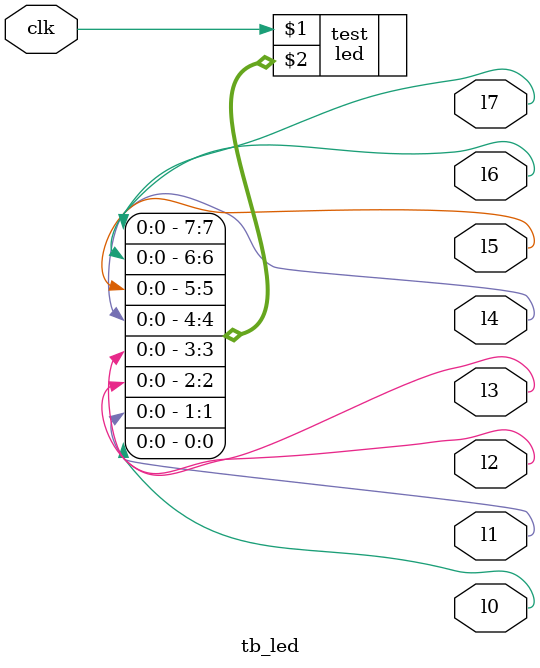
<source format=v>
module tb_led(clk, l0, l1, l2, l3, l4, l5, l6, l7);

input clk;
output l0, l1, l2, l3, l4, l5, l6, l7;
led test(clk, {l7, l6, l5, l4, l3, l2, l1, l0});

endmodule
</source>
